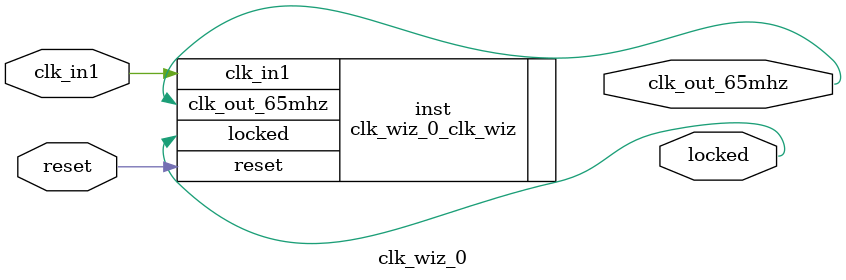
<source format=v>


`timescale 1ps/1ps

(* CORE_GENERATION_INFO = "clk_wiz_0,clk_wiz_v5_3_2_0,{component_name=clk_wiz_0,use_phase_alignment=true,use_min_o_jitter=false,use_max_i_jitter=false,use_dyn_phase_shift=false,use_inclk_switchover=false,use_dyn_reconfig=false,enable_axi=0,feedback_source=FDBK_AUTO,PRIMITIVE=MMCM,num_out_clk=1,clkin1_period=10.0,clkin2_period=10.0,use_power_down=false,use_reset=true,use_locked=true,use_inclk_stopped=false,feedback_type=SINGLE,CLOCK_MGR_TYPE=NA,manual_override=false}" *)

module clk_wiz_0 
 (
  // Clock out ports
  output        clk_out_65mhz,
  // Status and control signals
  input         reset,
  output        locked,
 // Clock in ports
  input         clk_in1
 );

  clk_wiz_0_clk_wiz inst
  (
  // Clock out ports  
  .clk_out_65mhz(clk_out_65mhz),
  // Status and control signals               
  .reset(reset), 
  .locked(locked),
 // Clock in ports
  .clk_in1(clk_in1)
  );

endmodule

</source>
